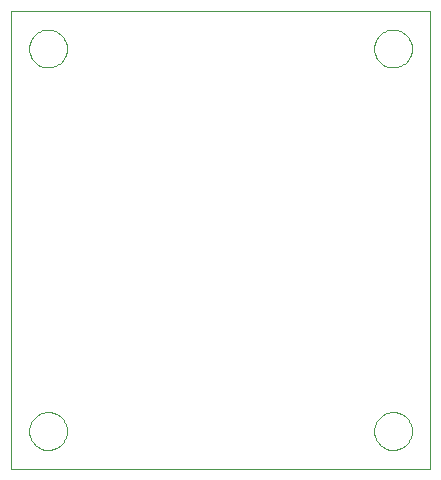
<source format=gm1>
G04 Output by ViewMate Deluxe V11.0.9  PentaLogix LLC*
G04 Sun May 11 19:32:23 2014*
%FSLAX33Y33*%
%MOMM*%
%IPPOS*%
%ADD104C,0.0*%

%LPD*%
X0Y0D2*D104*G1X31039Y8026D2*X31044Y7899D1*X31059Y7772*X31085Y7648*X31120Y7526*X31163Y7407*X31217Y7292*X31280Y7181*X31351Y7076*X31432Y6977*X31519Y6883*X31613Y6797*X31714Y6721*X31821Y6652*X31933Y6591*X32050Y6538*X32169Y6497*X32291Y6464*X32418Y6441*X32542Y6429*X32672Y6426*X32799Y6434*X32923Y6452*X33048Y6480*X33170Y6518*X33287Y6563*X33401Y6619*X33510Y6685*X33614Y6759*X33713Y6840*X33805Y6929*X33886Y7026*X33962Y7127*X34031Y7236*X34089Y7348*X34138Y7465*X34178Y7587*X34209Y7711*X34229Y7836*X34239Y7963*X34239Y8090*X34229Y8217*X34209Y8341*X34178Y8466*X34138Y8588*X34089Y8705*X34031Y8816*X33962Y8926*X33886Y9027*X33805Y9124*X33713Y9213*X33614Y9294*X33510Y9368*X33401Y9434*X33287Y9489*X33170Y9535*X33048Y9573*X32923Y9601*X32799Y9619*X32672Y9627*X32542Y9624*X32418Y9611*X32291Y9588*X32169Y9555*X32050Y9515*X31933Y9462*X31821Y9401*X31714Y9332*X31613Y9256*X31519Y9169*X31432Y9075*X31351Y8976*X31280Y8872*X31217Y8760*X31163Y8646*X31120Y8527*X31085Y8405*X31059Y8280*X31044Y8153*X31039Y8026*X31039Y40411D2*X31044Y40284D1*X31059Y40157*X31085Y40033*X31120Y39911*X31163Y39792*X31217Y39677*X31280Y39566*X31351Y39461*X31432Y39362*X31519Y39268*X31613Y39182*X31714Y39106*X31821Y39037*X31933Y38976*X32050Y38923*X32169Y38882*X32291Y38849*X32418Y38826*X32542Y38814*X32672Y38811*X32799Y38819*X32923Y38837*X33048Y38865*X33170Y38903*X33287Y38948*X33401Y39004*X33510Y39070*X33614Y39144*X33713Y39225*X33805Y39314*X33886Y39411*X33962Y39512*X34031Y39621*X34089Y39733*X34138Y39850*X34178Y39972*X34209Y40096*X34229Y40221*X34239Y40348*X34239Y40475*X34229Y40602*X34209Y40726*X34178Y40851*X34138Y40973*X34089Y41090*X34031Y41201*X33962Y41311*X33886Y41412*X33805Y41509*X33713Y41598*X33614Y41679*X33510Y41753*X33401Y41819*X33287Y41874*X33170Y41920*X33048Y41958*X32923Y41986*X32799Y42004*X32672Y42012*X32542Y42009*X32418Y41996*X32291Y41974*X32169Y41940*X32050Y41900*X31933Y41846*X31821Y41786*X31714Y41717*X31613Y41641*X31519Y41554*X31432Y41460*X31351Y41361*X31280Y41257*X31217Y41145*X31163Y41031*X31120Y40912*X31085Y40790*X31059Y40665*X31044Y40538*X31039Y40411*X1829Y40411D2*X1834Y40284D1*X1849Y40157*X1875Y40033*X1910Y39911*X1953Y39792*X2007Y39677*X2070Y39566*X2141Y39461*X2222Y39362*X2309Y39268*X2403Y39182*X2504Y39106*X2611Y39037*X2723Y38976*X2840Y38923*X2959Y38882*X3081Y38849*X3208Y38826*X3332Y38814*X3462Y38811*X3589Y38819*X3713Y38837*X3838Y38865*X3960Y38903*X4077Y38948*X4191Y39004*X4300Y39070*X4404Y39144*X4503Y39225*X4595Y39314*X4676Y39411*X4752Y39512*X4821Y39621*X4879Y39733*X4928Y39850*X4968Y39972*X4999Y40096*X5019Y40221*X5029Y40348*X5029Y40475*X5019Y40602*X4999Y40726*X4968Y40851*X4928Y40973*X4879Y41090*X4821Y41201*X4752Y41311*X4676Y41412*X4595Y41509*X4503Y41598*X4404Y41679*X4300Y41753*X4191Y41819*X4077Y41874*X3960Y41920*X3838Y41958*X3713Y41986*X3589Y42004*X3462Y42012*X3332Y42009*X3208Y41996*X3081Y41974*X2959Y41940*X2840Y41900*X2723Y41846*X2611Y41786*X2504Y41717*X2403Y41641*X2309Y41554*X2222Y41460*X2141Y41361*X2070Y41257*X2007Y41145*X1953Y41031*X1910Y40912*X1875Y40790*X1849Y40665*X1834Y40538*X1829Y40411*X1829Y8026D2*X1834Y7899D1*X1849Y7772*X1875Y7648*X1910Y7526*X1953Y7407*X2007Y7292*X2070Y7181*X2141Y7076*X2222Y6977*X2309Y6883*X2403Y6797*X2504Y6721*X2611Y6652*X2723Y6591*X2840Y6538*X2959Y6497*X3081Y6464*X3208Y6441*X3332Y6429*X3462Y6426*X3589Y6434*X3713Y6452*X3838Y6480*X3960Y6518*X4077Y6563*X4191Y6619*X4300Y6685*X4404Y6759*X4503Y6840*X4595Y6929*X4676Y7026*X4752Y7127*X4821Y7236*X4879Y7348*X4928Y7465*X4968Y7587*X4999Y7711*X5019Y7836*X5029Y7963*X5029Y8090*X5019Y8217*X4999Y8341*X4968Y8466*X4928Y8588*X4879Y8705*X4821Y8816*X4752Y8926*X4676Y9027*X4595Y9124*X4503Y9213*X4404Y9294*X4300Y9368*X4191Y9434*X4077Y9489*X3960Y9535*X3838Y9573*X3713Y9601*X3589Y9619*X3462Y9627*X3332Y9624*X3208Y9611*X3081Y9588*X2959Y9555*X2840Y9515*X2723Y9462*X2611Y9401*X2504Y9332*X2403Y9256*X2309Y9169*X2222Y9075*X2141Y8976*X2070Y8872*X2007Y8760*X1953Y8646*X1910Y8527*X1875Y8405*X1849Y8280*X1834Y8153*X1829Y8026*X254Y4851D2*X35794Y4851D1*X35794Y43586*X254Y43586*X254Y4851*X0Y0D2*M02*
</source>
